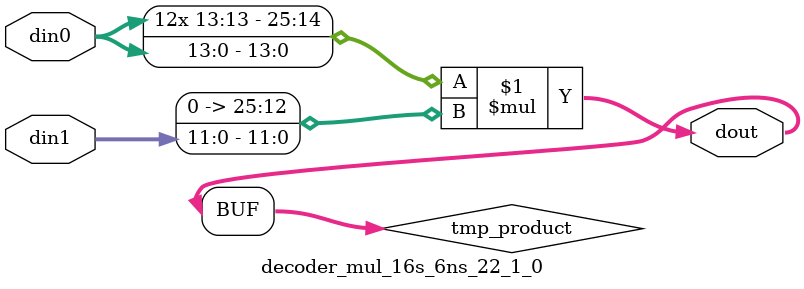
<source format=v>

`timescale 1 ns / 1 ps

 module decoder_mul_16s_6ns_22_1_0(din0, din1, dout);
parameter ID = 1;
parameter NUM_STAGE = 0;
parameter din0_WIDTH = 14;
parameter din1_WIDTH = 12;
parameter dout_WIDTH = 26;

input [din0_WIDTH - 1 : 0] din0; 
input [din1_WIDTH - 1 : 0] din1; 
output [dout_WIDTH - 1 : 0] dout;

wire signed [dout_WIDTH - 1 : 0] tmp_product;


























assign tmp_product = $signed(din0) * $signed({1'b0, din1});









assign dout = tmp_product;





















endmodule

</source>
